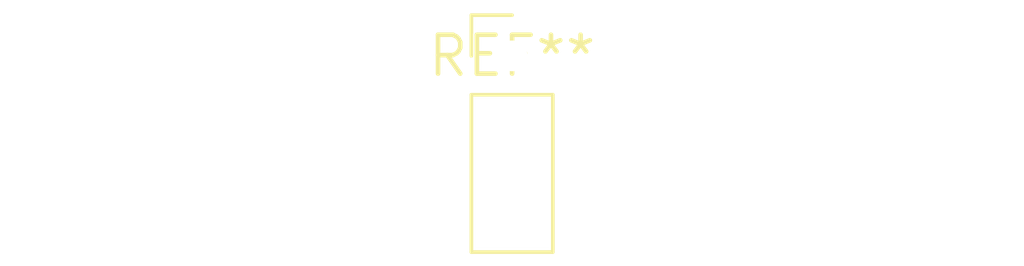
<source format=kicad_pcb>
(kicad_pcb (version 20240108) (generator pcbnew)
  (layers (0 "F.Cu" signal) (31 "B.Cu" signal) (34 "B.Paste" user) (35 "F.Paste" user) (36 "B.SilkS" user "B.Silkscreen") (37 "F.SilkS" user "F.Silkscreen") (38 "B.Mask" user) (39 "F.Mask" user) (44 "Edge.Cuts" user))
  (net 0 "")
  (footprint "PinHeader_1x03_P2.54mm_Vertical" (layer "F.Cu") (at 0 0)
    (property "Reference" "REF**")
    (property "Value" "PinHeader_1x03_P2.54mm_Vertical")
    (fp_line (start -1.33 -1.33) (end 0 -1.33) (layer "F.SilkS") (stroke (width 0.12)))
    (fp_line (start -1.33 0) (end -1.33 -1.33) (layer "F.SilkS") (stroke (width 0.12)))
    (fp_line (start -1.33 1.27) (end -1.33 6.41) (layer "F.SilkS") (stroke (width 0.12)))
    (fp_line (start -1.33 1.27) (end 1.33 1.27) (layer "F.SilkS") (stroke (width 0.12)))
    (fp_line (start -1.33 6.41) (end 1.33 6.41) (layer "F.SilkS") (stroke (width 0.12)))
    (fp_line (start 1.33 1.27) (end 1.33 6.41) (layer "F.SilkS") (stroke (width 0.12)))
    (pad "1" thru_hole rect (at 0 0) (size 1.7 1.7) (drill 1) (layers *.Cu *.Mask) (remove_unused_layers))
    (pad "2" thru_hole oval (at 0 2.54) (size 1.7 1.7) (drill 1) (layers *.Cu *.Mask) (remove_unused_layers))
    (pad "3" thru_hole oval (at 0 5.08) (size 1.7 1.7) (drill 1) (layers *.Cu *.Mask) (remove_unused_layers))
  )
)
</source>
